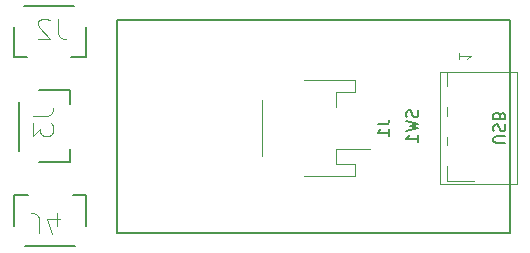
<source format=gbr>
%TF.GenerationSoftware,KiCad,Pcbnew,9.0.0*%
%TF.CreationDate,2025-04-03T20:24:29-07:00*%
%TF.ProjectId,nicenano-breakout,6e696365-6e61-46e6-9f2d-627265616b6f,rev?*%
%TF.SameCoordinates,Original*%
%TF.FileFunction,Legend,Bot*%
%TF.FilePolarity,Positive*%
%FSLAX46Y46*%
G04 Gerber Fmt 4.6, Leading zero omitted, Abs format (unit mm)*
G04 Created by KiCad (PCBNEW 9.0.0) date 2025-04-03 20:24:29*
%MOMM*%
%LPD*%
G01*
G04 APERTURE LIST*
%ADD10C,0.100000*%
%ADD11C,0.150000*%
%ADD12C,0.074778*%
%ADD13C,0.200000*%
%ADD14C,0.152400*%
%ADD15C,0.120000*%
G04 APERTURE END LIST*
D10*
X202110744Y-80422306D02*
X202110744Y-80993734D01*
X202110744Y-80708020D02*
X203110744Y-80708020D01*
X203110744Y-80708020D02*
X202967887Y-80803258D01*
X202967887Y-80803258D02*
X202872649Y-80898496D01*
X202872649Y-80898496D02*
X202825030Y-80993734D01*
D11*
X206027730Y-88069764D02*
X205218207Y-88069764D01*
X205218207Y-88069764D02*
X205122969Y-88022145D01*
X205122969Y-88022145D02*
X205075350Y-87974526D01*
X205075350Y-87974526D02*
X205027730Y-87879288D01*
X205027730Y-87879288D02*
X205027730Y-87688812D01*
X205027730Y-87688812D02*
X205075350Y-87593574D01*
X205075350Y-87593574D02*
X205122969Y-87545955D01*
X205122969Y-87545955D02*
X205218207Y-87498336D01*
X205218207Y-87498336D02*
X206027730Y-87498336D01*
X205075350Y-87069764D02*
X205027730Y-86926907D01*
X205027730Y-86926907D02*
X205027730Y-86688812D01*
X205027730Y-86688812D02*
X205075350Y-86593574D01*
X205075350Y-86593574D02*
X205122969Y-86545955D01*
X205122969Y-86545955D02*
X205218207Y-86498336D01*
X205218207Y-86498336D02*
X205313445Y-86498336D01*
X205313445Y-86498336D02*
X205408683Y-86545955D01*
X205408683Y-86545955D02*
X205456302Y-86593574D01*
X205456302Y-86593574D02*
X205503921Y-86688812D01*
X205503921Y-86688812D02*
X205551540Y-86879288D01*
X205551540Y-86879288D02*
X205599159Y-86974526D01*
X205599159Y-86974526D02*
X205646778Y-87022145D01*
X205646778Y-87022145D02*
X205742016Y-87069764D01*
X205742016Y-87069764D02*
X205837254Y-87069764D01*
X205837254Y-87069764D02*
X205932492Y-87022145D01*
X205932492Y-87022145D02*
X205980111Y-86974526D01*
X205980111Y-86974526D02*
X206027730Y-86879288D01*
X206027730Y-86879288D02*
X206027730Y-86641193D01*
X206027730Y-86641193D02*
X205980111Y-86498336D01*
X205551540Y-85736431D02*
X205503921Y-85593574D01*
X205503921Y-85593574D02*
X205456302Y-85545955D01*
X205456302Y-85545955D02*
X205361064Y-85498336D01*
X205361064Y-85498336D02*
X205218207Y-85498336D01*
X205218207Y-85498336D02*
X205122969Y-85545955D01*
X205122969Y-85545955D02*
X205075350Y-85593574D01*
X205075350Y-85593574D02*
X205027730Y-85688812D01*
X205027730Y-85688812D02*
X205027730Y-86069764D01*
X205027730Y-86069764D02*
X206027730Y-86069764D01*
X206027730Y-86069764D02*
X206027730Y-85736431D01*
X206027730Y-85736431D02*
X205980111Y-85641193D01*
X205980111Y-85641193D02*
X205932492Y-85593574D01*
X205932492Y-85593574D02*
X205837254Y-85545955D01*
X205837254Y-85545955D02*
X205742016Y-85545955D01*
X205742016Y-85545955D02*
X205646778Y-85593574D01*
X205646778Y-85593574D02*
X205599159Y-85641193D01*
X205599159Y-85641193D02*
X205551540Y-85736431D01*
X205551540Y-85736431D02*
X205551540Y-86069764D01*
D12*
X168176841Y-77533216D02*
X168176841Y-78749803D01*
X168176841Y-78749803D02*
X168257946Y-78993121D01*
X168257946Y-78993121D02*
X168420158Y-79155333D01*
X168420158Y-79155333D02*
X168663475Y-79236438D01*
X168663475Y-79236438D02*
X168825687Y-79236438D01*
X167446888Y-77695428D02*
X167365782Y-77614322D01*
X167365782Y-77614322D02*
X167203571Y-77533216D01*
X167203571Y-77533216D02*
X166798042Y-77533216D01*
X166798042Y-77533216D02*
X166635830Y-77614322D01*
X166635830Y-77614322D02*
X166554724Y-77695428D01*
X166554724Y-77695428D02*
X166473619Y-77857640D01*
X166473619Y-77857640D02*
X166473619Y-78019851D01*
X166473619Y-78019851D02*
X166554724Y-78263169D01*
X166554724Y-78263169D02*
X167527994Y-79236438D01*
X167527994Y-79236438D02*
X166473619Y-79236438D01*
D11*
X198607200Y-85316667D02*
X198654819Y-85459524D01*
X198654819Y-85459524D02*
X198654819Y-85697619D01*
X198654819Y-85697619D02*
X198607200Y-85792857D01*
X198607200Y-85792857D02*
X198559580Y-85840476D01*
X198559580Y-85840476D02*
X198464342Y-85888095D01*
X198464342Y-85888095D02*
X198369104Y-85888095D01*
X198369104Y-85888095D02*
X198273866Y-85840476D01*
X198273866Y-85840476D02*
X198226247Y-85792857D01*
X198226247Y-85792857D02*
X198178628Y-85697619D01*
X198178628Y-85697619D02*
X198131009Y-85507143D01*
X198131009Y-85507143D02*
X198083390Y-85411905D01*
X198083390Y-85411905D02*
X198035771Y-85364286D01*
X198035771Y-85364286D02*
X197940533Y-85316667D01*
X197940533Y-85316667D02*
X197845295Y-85316667D01*
X197845295Y-85316667D02*
X197750057Y-85364286D01*
X197750057Y-85364286D02*
X197702438Y-85411905D01*
X197702438Y-85411905D02*
X197654819Y-85507143D01*
X197654819Y-85507143D02*
X197654819Y-85745238D01*
X197654819Y-85745238D02*
X197702438Y-85888095D01*
X197654819Y-86221429D02*
X198654819Y-86459524D01*
X198654819Y-86459524D02*
X197940533Y-86650000D01*
X197940533Y-86650000D02*
X198654819Y-86840476D01*
X198654819Y-86840476D02*
X197654819Y-87078572D01*
X198654819Y-87983333D02*
X198654819Y-87411905D01*
X198654819Y-87697619D02*
X197654819Y-87697619D01*
X197654819Y-87697619D02*
X197797676Y-87602381D01*
X197797676Y-87602381D02*
X197892914Y-87507143D01*
X197892914Y-87507143D02*
X197940533Y-87411905D01*
D12*
X166028908Y-85748568D02*
X167245495Y-85748568D01*
X167245495Y-85748568D02*
X167488813Y-85667463D01*
X167488813Y-85667463D02*
X167651025Y-85505251D01*
X167651025Y-85505251D02*
X167732130Y-85261934D01*
X167732130Y-85261934D02*
X167732130Y-85099722D01*
X166028908Y-86397415D02*
X166028908Y-87451790D01*
X166028908Y-87451790D02*
X166677755Y-86884050D01*
X166677755Y-86884050D02*
X166677755Y-87127367D01*
X166677755Y-87127367D02*
X166758861Y-87289579D01*
X166758861Y-87289579D02*
X166839966Y-87370685D01*
X166839966Y-87370685D02*
X167002178Y-87451790D01*
X167002178Y-87451790D02*
X167407707Y-87451790D01*
X167407707Y-87451790D02*
X167569919Y-87370685D01*
X167569919Y-87370685D02*
X167651025Y-87289579D01*
X167651025Y-87289579D02*
X167732130Y-87127367D01*
X167732130Y-87127367D02*
X167732130Y-86640732D01*
X167732130Y-86640732D02*
X167651025Y-86478521D01*
X167651025Y-86478521D02*
X167569919Y-86397415D01*
X166523158Y-95666783D02*
X166523158Y-94450196D01*
X166523158Y-94450196D02*
X166442053Y-94206878D01*
X166442053Y-94206878D02*
X166279841Y-94044667D01*
X166279841Y-94044667D02*
X166036524Y-93963561D01*
X166036524Y-93963561D02*
X165874312Y-93963561D01*
X168064169Y-95099042D02*
X168064169Y-93963561D01*
X167658640Y-95747889D02*
X167253111Y-94531301D01*
X167253111Y-94531301D02*
X168307486Y-94531301D01*
D11*
X195222369Y-86474526D02*
X195936654Y-86474526D01*
X195936654Y-86474526D02*
X196079511Y-86426907D01*
X196079511Y-86426907D02*
X196174750Y-86331669D01*
X196174750Y-86331669D02*
X196222369Y-86188812D01*
X196222369Y-86188812D02*
X196222369Y-86093574D01*
X196222369Y-87474526D02*
X196222369Y-86903098D01*
X196222369Y-87188812D02*
X195222369Y-87188812D01*
X195222369Y-87188812D02*
X195365226Y-87093574D01*
X195365226Y-87093574D02*
X195460464Y-86998336D01*
X195460464Y-86998336D02*
X195508083Y-86903098D01*
D10*
%TO.C,U1*%
X206989159Y-82055400D02*
X206989159Y-91555400D01*
X200489159Y-82055400D02*
X206989159Y-82055400D01*
X206989159Y-91555400D02*
X200489159Y-91555400D01*
X200489159Y-91555400D02*
X200489159Y-82055400D01*
D13*
X206477550Y-95697860D02*
X173139169Y-95697860D01*
X173139169Y-77652959D01*
X206477550Y-77652959D01*
X206477550Y-95697860D01*
D14*
%TO.C,J2*%
X164400000Y-78206000D02*
X164400000Y-80806000D01*
X164400000Y-80806000D02*
X165500000Y-80806000D01*
X165300000Y-76506000D02*
X169500000Y-76506000D01*
X169300000Y-80806000D02*
X170500000Y-80806000D01*
X170500000Y-80806000D02*
X170500000Y-78206000D01*
D15*
%TO.C,SW1*%
X201100000Y-82050000D02*
X201100000Y-83250000D01*
X201100000Y-85750000D02*
X201100000Y-85050000D01*
X201100000Y-88250000D02*
X201100000Y-87550000D01*
X201100000Y-90050000D02*
X201100000Y-91250000D01*
X201100000Y-91250000D02*
X203400000Y-91250000D01*
X203400000Y-82050000D02*
X201100000Y-82050000D01*
D14*
%TO.C,J3*%
X164851692Y-88775410D02*
X164851692Y-84575410D01*
X166551692Y-89675410D02*
X169151692Y-89675410D01*
X169151692Y-83575410D02*
X166551692Y-83575410D01*
X169151692Y-84775410D02*
X169151692Y-83575410D01*
X169151692Y-89675410D02*
X169151692Y-88575410D01*
%TO.C,J4*%
X164400000Y-92494000D02*
X164400000Y-95094000D01*
X165600000Y-92494000D02*
X164400000Y-92494000D01*
X169600000Y-96794000D02*
X165400000Y-96794000D01*
X170500000Y-92494000D02*
X169400000Y-92494000D01*
X170500000Y-95094000D02*
X170500000Y-92494000D01*
D15*
%TO.C,J1*%
X185457550Y-89147860D02*
X185457550Y-84467860D01*
X189027550Y-82747860D02*
X193277550Y-82747860D01*
X189027550Y-90867860D02*
X193277550Y-90867860D01*
X191677550Y-83767860D02*
X191677550Y-85047860D01*
X191677550Y-88567860D02*
X194567550Y-88567860D01*
X191677550Y-89847860D02*
X191677550Y-88567860D01*
X193277550Y-82747860D02*
X193277550Y-83767860D01*
X193277550Y-83767860D02*
X191677550Y-83767860D01*
X193277550Y-89847860D02*
X191677550Y-89847860D01*
X193277550Y-90867860D02*
X193277550Y-89847860D01*
%TD*%
M02*

</source>
